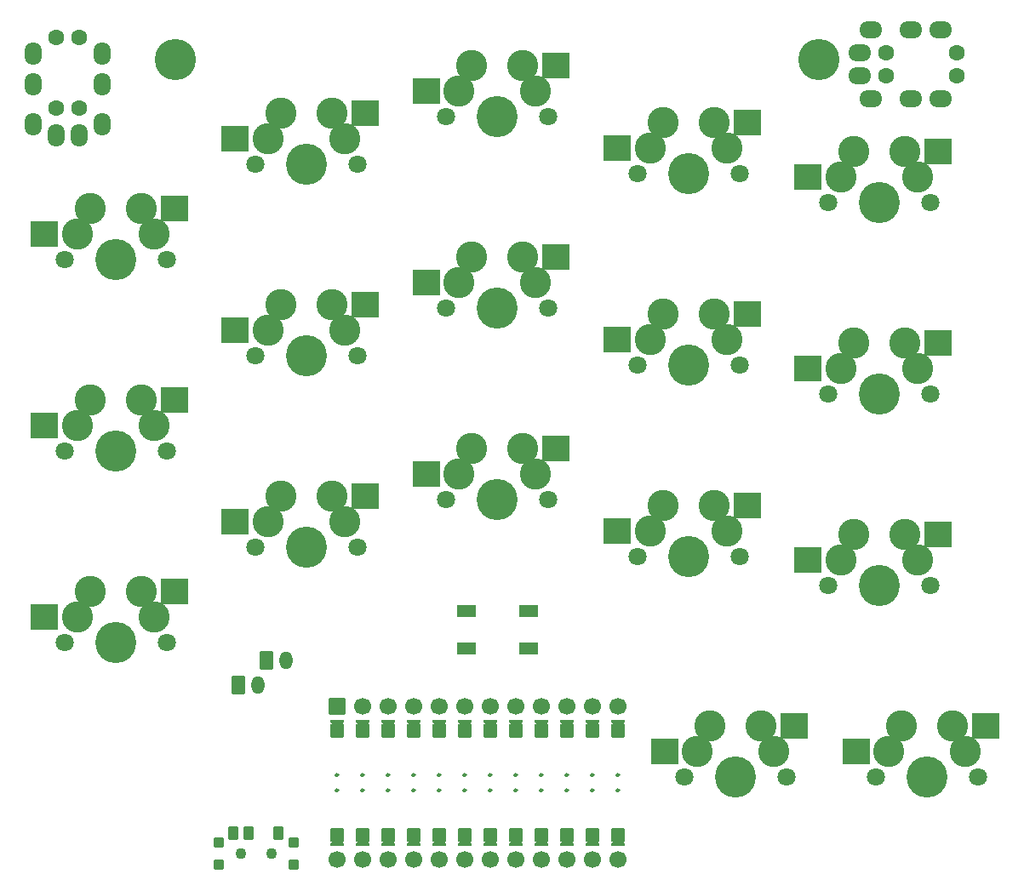
<source format=gbr>
%TF.GenerationSoftware,KiCad,Pcbnew,7.0.0*%
%TF.CreationDate,2023-04-08T11:50:52+01:00*%
%TF.ProjectId,chips-34,63686970-732d-4333-942e-6b696361645f,v1.0.0*%
%TF.SameCoordinates,Original*%
%TF.FileFunction,Soldermask,Bot*%
%TF.FilePolarity,Negative*%
%FSLAX46Y46*%
G04 Gerber Fmt 4.6, Leading zero omitted, Abs format (unit mm)*
G04 Created by KiCad (PCBNEW 7.0.0) date 2023-04-08 11:50:52*
%MOMM*%
%LPD*%
G01*
G04 APERTURE LIST*
G04 Aperture macros list*
%AMRoundRect*
0 Rectangle with rounded corners*
0 $1 Rounding radius*
0 $2 $3 $4 $5 $6 $7 $8 $9 X,Y pos of 4 corners*
0 Add a 4 corners polygon primitive as box body*
4,1,4,$2,$3,$4,$5,$6,$7,$8,$9,$2,$3,0*
0 Add four circle primitives for the rounded corners*
1,1,$1+$1,$2,$3*
1,1,$1+$1,$4,$5*
1,1,$1+$1,$6,$7*
1,1,$1+$1,$8,$9*
0 Add four rect primitives between the rounded corners*
20,1,$1+$1,$2,$3,$4,$5,0*
20,1,$1+$1,$4,$5,$6,$7,0*
20,1,$1+$1,$6,$7,$8,$9,0*
20,1,$1+$1,$8,$9,$2,$3,0*%
%AMFreePoly0*
4,1,16,0.635355,1.035355,0.650000,1.000000,0.650000,-0.250000,0.635355,-0.285355,0.600000,-0.300000,-0.600000,-0.300000,-0.635355,-0.285355,-0.650000,-0.250000,-0.650000,1.000000,-0.635355,1.035355,-0.600000,1.050000,-0.564645,1.035355,0.000000,0.470710,0.564645,1.035355,0.600000,1.050000,0.635355,1.035355,0.635355,1.035355,$1*%
%AMFreePoly1*
4,1,14,0.635355,0.435355,0.650000,0.400000,0.650000,0.200000,0.635355,0.164645,0.035355,-0.435355,0.000000,-0.450000,-0.035355,-0.435355,-0.635355,0.164645,-0.650000,0.200000,-0.650000,0.400000,-0.635355,0.435355,-0.600000,0.450000,0.600000,0.450000,0.635355,0.435355,0.635355,0.435355,$1*%
G04 Aperture macros list end*
%ADD10C,0.250000*%
%ADD11C,0.100000*%
%ADD12O,1.300000X1.800000*%
%ADD13RoundRect,0.050000X-0.600000X-0.850000X0.600000X-0.850000X0.600000X0.850000X-0.600000X0.850000X0*%
%ADD14C,1.700000*%
%ADD15RoundRect,0.050000X-0.800000X-0.800000X0.800000X-0.800000X0.800000X0.800000X-0.800000X0.800000X0*%
%ADD16FreePoly0,180.000000*%
%ADD17FreePoly1,180.000000*%
%ADD18FreePoly1,0.000000*%
%ADD19FreePoly0,0.000000*%
%ADD20C,1.100000*%
%ADD21RoundRect,0.050000X0.450000X0.625000X-0.450000X0.625000X-0.450000X-0.625000X0.450000X-0.625000X0*%
%ADD22RoundRect,0.050000X0.450000X0.450000X-0.450000X0.450000X-0.450000X-0.450000X0.450000X-0.450000X0*%
%ADD23RoundRect,0.050000X0.900000X0.550000X-0.900000X0.550000X-0.900000X-0.550000X0.900000X-0.550000X0*%
%ADD24C,4.100000*%
%ADD25C,4.087800*%
%ADD26C,1.801800*%
%ADD27C,3.100000*%
%ADD28RoundRect,0.050000X-1.275000X-1.250000X1.275000X-1.250000X1.275000X1.250000X-1.275000X1.250000X0*%
%ADD29C,1.600000*%
%ADD30O,2.300000X1.700000*%
%ADD31O,1.700000X2.300000*%
G04 APERTURE END LIST*
D10*
%TO.C,MCU1*%
X50095000Y-14668500D02*
G75*
G03*
X50095000Y-14668500I-125000J0D01*
G01*
X50095000Y-13144500D02*
G75*
G03*
X50095000Y-13144500I-125000J0D01*
G01*
X47555000Y-14668500D02*
G75*
G03*
X47555000Y-14668500I-125000J0D01*
G01*
X47555000Y-13144500D02*
G75*
G03*
X47555000Y-13144500I-125000J0D01*
G01*
X45015000Y-14668500D02*
G75*
G03*
X45015000Y-14668500I-125000J0D01*
G01*
X45015000Y-13144500D02*
G75*
G03*
X45015000Y-13144500I-125000J0D01*
G01*
X42475000Y-14668500D02*
G75*
G03*
X42475000Y-14668500I-125000J0D01*
G01*
X42475000Y-13144500D02*
G75*
G03*
X42475000Y-13144500I-125000J0D01*
G01*
X39935000Y-14668500D02*
G75*
G03*
X39935000Y-14668500I-125000J0D01*
G01*
X39935000Y-13144500D02*
G75*
G03*
X39935000Y-13144500I-125000J0D01*
G01*
X37395000Y-14668500D02*
G75*
G03*
X37395000Y-14668500I-125000J0D01*
G01*
X37395000Y-13144500D02*
G75*
G03*
X37395000Y-13144500I-125000J0D01*
G01*
X34855000Y-14668500D02*
G75*
G03*
X34855000Y-14668500I-125000J0D01*
G01*
X34855000Y-13144500D02*
G75*
G03*
X34855000Y-13144500I-125000J0D01*
G01*
X32315000Y-14668500D02*
G75*
G03*
X32315000Y-14668500I-125000J0D01*
G01*
X32315000Y-13144500D02*
G75*
G03*
X32315000Y-13144500I-125000J0D01*
G01*
X29775000Y-14668500D02*
G75*
G03*
X29775000Y-14668500I-125000J0D01*
G01*
X29775000Y-13144500D02*
G75*
G03*
X29775000Y-13144500I-125000J0D01*
G01*
X27235000Y-14668500D02*
G75*
G03*
X27235000Y-14668500I-125000J0D01*
G01*
X27235000Y-13144500D02*
G75*
G03*
X27235000Y-13144500I-125000J0D01*
G01*
X24695000Y-13144500D02*
G75*
G03*
X24695000Y-13144500I-125000J0D01*
G01*
X24695000Y-14668500D02*
G75*
G03*
X24695000Y-14668500I-125000J0D01*
G01*
X22155000Y-14668500D02*
G75*
G03*
X22155000Y-14668500I-125000J0D01*
G01*
X22155000Y-13144500D02*
G75*
G03*
X22155000Y-13144500I-125000J0D01*
G01*
G36*
X50478000Y-8826500D02*
G01*
X49462000Y-8826500D01*
X49462000Y-7810500D01*
X50478000Y-7810500D01*
X50478000Y-8826500D01*
G37*
D11*
X50478000Y-8826500D02*
X49462000Y-8826500D01*
X49462000Y-7810500D01*
X50478000Y-7810500D01*
X50478000Y-8826500D01*
G36*
X47938000Y-8826500D02*
G01*
X46922000Y-8826500D01*
X46922000Y-7810500D01*
X47938000Y-7810500D01*
X47938000Y-8826500D01*
G37*
X47938000Y-8826500D02*
X46922000Y-8826500D01*
X46922000Y-7810500D01*
X47938000Y-7810500D01*
X47938000Y-8826500D01*
G36*
X45398000Y-8826500D02*
G01*
X44382000Y-8826500D01*
X44382000Y-7810500D01*
X45398000Y-7810500D01*
X45398000Y-8826500D01*
G37*
X45398000Y-8826500D02*
X44382000Y-8826500D01*
X44382000Y-7810500D01*
X45398000Y-7810500D01*
X45398000Y-8826500D01*
G36*
X42858000Y-8826500D02*
G01*
X41842000Y-8826500D01*
X41842000Y-7810500D01*
X42858000Y-7810500D01*
X42858000Y-8826500D01*
G37*
X42858000Y-8826500D02*
X41842000Y-8826500D01*
X41842000Y-7810500D01*
X42858000Y-7810500D01*
X42858000Y-8826500D01*
G36*
X40318000Y-8826500D02*
G01*
X39302000Y-8826500D01*
X39302000Y-7810500D01*
X40318000Y-7810500D01*
X40318000Y-8826500D01*
G37*
X40318000Y-8826500D02*
X39302000Y-8826500D01*
X39302000Y-7810500D01*
X40318000Y-7810500D01*
X40318000Y-8826500D01*
G36*
X37778000Y-8826500D02*
G01*
X36762000Y-8826500D01*
X36762000Y-7810500D01*
X37778000Y-7810500D01*
X37778000Y-8826500D01*
G37*
X37778000Y-8826500D02*
X36762000Y-8826500D01*
X36762000Y-7810500D01*
X37778000Y-7810500D01*
X37778000Y-8826500D01*
G36*
X35238000Y-8826500D02*
G01*
X34222000Y-8826500D01*
X34222000Y-7810500D01*
X35238000Y-7810500D01*
X35238000Y-8826500D01*
G37*
X35238000Y-8826500D02*
X34222000Y-8826500D01*
X34222000Y-7810500D01*
X35238000Y-7810500D01*
X35238000Y-8826500D01*
G36*
X32698000Y-8826500D02*
G01*
X31682000Y-8826500D01*
X31682000Y-7810500D01*
X32698000Y-7810500D01*
X32698000Y-8826500D01*
G37*
X32698000Y-8826500D02*
X31682000Y-8826500D01*
X31682000Y-7810500D01*
X32698000Y-7810500D01*
X32698000Y-8826500D01*
G36*
X30158000Y-8826500D02*
G01*
X29142000Y-8826500D01*
X29142000Y-7810500D01*
X30158000Y-7810500D01*
X30158000Y-8826500D01*
G37*
X30158000Y-8826500D02*
X29142000Y-8826500D01*
X29142000Y-7810500D01*
X30158000Y-7810500D01*
X30158000Y-8826500D01*
G36*
X27618000Y-8826500D02*
G01*
X26602000Y-8826500D01*
X26602000Y-7810500D01*
X27618000Y-7810500D01*
X27618000Y-8826500D01*
G37*
X27618000Y-8826500D02*
X26602000Y-8826500D01*
X26602000Y-7810500D01*
X27618000Y-7810500D01*
X27618000Y-8826500D01*
G36*
X25078000Y-8826500D02*
G01*
X24062000Y-8826500D01*
X24062000Y-7810500D01*
X25078000Y-7810500D01*
X25078000Y-8826500D01*
G37*
X25078000Y-8826500D02*
X24062000Y-8826500D01*
X24062000Y-7810500D01*
X25078000Y-7810500D01*
X25078000Y-8826500D01*
G36*
X22538000Y-8826500D02*
G01*
X21522000Y-8826500D01*
X21522000Y-7810500D01*
X22538000Y-7810500D01*
X22538000Y-8826500D01*
G37*
X22538000Y-8826500D02*
X21522000Y-8826500D01*
X21522000Y-7810500D01*
X22538000Y-7810500D01*
X22538000Y-8826500D01*
G36*
X50478000Y-20002500D02*
G01*
X49462000Y-20002500D01*
X49462000Y-18986500D01*
X50478000Y-18986500D01*
X50478000Y-20002500D01*
G37*
X50478000Y-20002500D02*
X49462000Y-20002500D01*
X49462000Y-18986500D01*
X50478000Y-18986500D01*
X50478000Y-20002500D01*
G36*
X47938000Y-20002500D02*
G01*
X46922000Y-20002500D01*
X46922000Y-18986500D01*
X47938000Y-18986500D01*
X47938000Y-20002500D01*
G37*
X47938000Y-20002500D02*
X46922000Y-20002500D01*
X46922000Y-18986500D01*
X47938000Y-18986500D01*
X47938000Y-20002500D01*
G36*
X45398000Y-20002500D02*
G01*
X44382000Y-20002500D01*
X44382000Y-18986500D01*
X45398000Y-18986500D01*
X45398000Y-20002500D01*
G37*
X45398000Y-20002500D02*
X44382000Y-20002500D01*
X44382000Y-18986500D01*
X45398000Y-18986500D01*
X45398000Y-20002500D01*
G36*
X42858000Y-20002500D02*
G01*
X41842000Y-20002500D01*
X41842000Y-18986500D01*
X42858000Y-18986500D01*
X42858000Y-20002500D01*
G37*
X42858000Y-20002500D02*
X41842000Y-20002500D01*
X41842000Y-18986500D01*
X42858000Y-18986500D01*
X42858000Y-20002500D01*
G36*
X40318000Y-20002500D02*
G01*
X39302000Y-20002500D01*
X39302000Y-18986500D01*
X40318000Y-18986500D01*
X40318000Y-20002500D01*
G37*
X40318000Y-20002500D02*
X39302000Y-20002500D01*
X39302000Y-18986500D01*
X40318000Y-18986500D01*
X40318000Y-20002500D01*
G36*
X37778000Y-20002500D02*
G01*
X36762000Y-20002500D01*
X36762000Y-18986500D01*
X37778000Y-18986500D01*
X37778000Y-20002500D01*
G37*
X37778000Y-20002500D02*
X36762000Y-20002500D01*
X36762000Y-18986500D01*
X37778000Y-18986500D01*
X37778000Y-20002500D01*
G36*
X35238000Y-20002500D02*
G01*
X34222000Y-20002500D01*
X34222000Y-18986500D01*
X35238000Y-18986500D01*
X35238000Y-20002500D01*
G37*
X35238000Y-20002500D02*
X34222000Y-20002500D01*
X34222000Y-18986500D01*
X35238000Y-18986500D01*
X35238000Y-20002500D01*
G36*
X32698000Y-20002500D02*
G01*
X31682000Y-20002500D01*
X31682000Y-18986500D01*
X32698000Y-18986500D01*
X32698000Y-20002500D01*
G37*
X32698000Y-20002500D02*
X31682000Y-20002500D01*
X31682000Y-18986500D01*
X32698000Y-18986500D01*
X32698000Y-20002500D01*
G36*
X30158000Y-20002500D02*
G01*
X29142000Y-20002500D01*
X29142000Y-18986500D01*
X30158000Y-18986500D01*
X30158000Y-20002500D01*
G37*
X30158000Y-20002500D02*
X29142000Y-20002500D01*
X29142000Y-18986500D01*
X30158000Y-18986500D01*
X30158000Y-20002500D01*
G36*
X27618000Y-20002500D02*
G01*
X26602000Y-20002500D01*
X26602000Y-18986500D01*
X27618000Y-18986500D01*
X27618000Y-20002500D01*
G37*
X27618000Y-20002500D02*
X26602000Y-20002500D01*
X26602000Y-18986500D01*
X27618000Y-18986500D01*
X27618000Y-20002500D01*
G36*
X25078000Y-20002500D02*
G01*
X24062000Y-20002500D01*
X24062000Y-18986500D01*
X25078000Y-18986500D01*
X25078000Y-20002500D01*
G37*
X25078000Y-20002500D02*
X24062000Y-20002500D01*
X24062000Y-18986500D01*
X25078000Y-18986500D01*
X25078000Y-20002500D01*
G36*
X22538000Y-20002500D02*
G01*
X21522000Y-20002500D01*
X21522000Y-18986500D01*
X22538000Y-18986500D01*
X22538000Y-20002500D01*
G37*
X22538000Y-20002500D02*
X21522000Y-20002500D01*
X21522000Y-18986500D01*
X22538000Y-18986500D01*
X22538000Y-20002500D01*
%TD*%
D12*
%TO.C,JST2*%
X16999999Y-1774999D03*
D13*
X15000000Y-1775000D03*
%TD*%
%TO.C,JST1*%
X12200000Y-4175000D03*
D12*
X14199999Y-4174999D03*
%TD*%
D14*
%TO.C,MCU1*%
X22030000Y-21526500D03*
X24570000Y-21526500D03*
X27110000Y-21526500D03*
X29650000Y-21526500D03*
X32190000Y-21526500D03*
X34730000Y-21526500D03*
X37270000Y-21526500D03*
X39810000Y-21526500D03*
X42350000Y-21526500D03*
X44890000Y-21526500D03*
X47430000Y-21526500D03*
X49970000Y-21526500D03*
X49970000Y-6286500D03*
X47430000Y-6286500D03*
X44890000Y-6286500D03*
X42350000Y-6286500D03*
X39810000Y-6286500D03*
X37270000Y-6286500D03*
X34730000Y-6286500D03*
X32190000Y-6286500D03*
X29650000Y-6286500D03*
X27110000Y-6286500D03*
X24570000Y-6286500D03*
X22030000Y-6286500D03*
D15*
X22030000Y-6286500D03*
D16*
X22030000Y-18732500D03*
D17*
X22030000Y-19748500D03*
X24570000Y-19748500D03*
D16*
X24570000Y-18732500D03*
D17*
X27110000Y-19748500D03*
D16*
X27110000Y-18732500D03*
D17*
X29650000Y-19748500D03*
D16*
X29650000Y-18732500D03*
D17*
X32190000Y-19748500D03*
D16*
X32190000Y-18732500D03*
D17*
X34730000Y-19748500D03*
D16*
X34730000Y-18732500D03*
D17*
X37270000Y-19748500D03*
D16*
X37270000Y-18732500D03*
D17*
X39810000Y-19748500D03*
D16*
X39810000Y-18732500D03*
D17*
X42350000Y-19748500D03*
D16*
X42350000Y-18732500D03*
D17*
X44890000Y-19748500D03*
D16*
X44890000Y-18732500D03*
D17*
X47430000Y-19748500D03*
D16*
X47430000Y-18732500D03*
D17*
X49970000Y-19748500D03*
D16*
X49970000Y-18732500D03*
D18*
X22030000Y-8064500D03*
D19*
X22030000Y-9080500D03*
X24570000Y-9080500D03*
D18*
X24570000Y-8064500D03*
D19*
X27110000Y-9080500D03*
D18*
X27110000Y-8064500D03*
D19*
X29650000Y-9080500D03*
D18*
X29650000Y-8064500D03*
D19*
X32190000Y-9080500D03*
D18*
X32190000Y-8064500D03*
D19*
X34730000Y-9080500D03*
D18*
X34730000Y-8064500D03*
D19*
X37270000Y-9080500D03*
D18*
X37270000Y-8064500D03*
D19*
X39810000Y-9080500D03*
D18*
X39810000Y-8064500D03*
D19*
X42350000Y-9080500D03*
D18*
X42350000Y-8064500D03*
D19*
X44890000Y-9080500D03*
D18*
X44890000Y-8064500D03*
D19*
X47430000Y-9080500D03*
D18*
X47430000Y-8064500D03*
D19*
X49970000Y-9080500D03*
D18*
X49970000Y-8064500D03*
%TD*%
D20*
%TO.C,T2*%
X12500000Y-20975000D03*
X15500000Y-20975000D03*
D21*
X16250000Y-18900000D03*
X13250000Y-18900000D03*
X11750000Y-18900000D03*
D22*
X10300000Y-22075000D03*
X10300000Y-19875000D03*
X17700000Y-19875000D03*
X17700000Y-22075000D03*
%TD*%
D20*
%TO.C,T1*%
X15500000Y-20975000D03*
X12500000Y-20975000D03*
%TD*%
D23*
%TO.C,B2*%
X41100000Y-562500D03*
X34900000Y-562500D03*
X41100000Y3137500D03*
X34900000Y3137500D03*
%TD*%
D24*
%TO.C,*%
X6000000Y58000000D03*
%TD*%
%TO.C,*%
X70000000Y58000000D03*
%TD*%
D25*
%TO.C,S1*%
X0Y0D03*
D26*
X5080000Y0D03*
X-5080000Y0D03*
D27*
X2540000Y5080000D03*
X-3810000Y2540000D03*
D28*
X-7085000Y2540000D03*
X5842000Y5080000D03*
D27*
X-2540000Y5080000D03*
X3810000Y2540000D03*
%TD*%
D25*
%TO.C,S2*%
X0Y19050000D03*
D26*
X5080000Y19050000D03*
X-5080000Y19050000D03*
D27*
X2540000Y24130000D03*
X-3810000Y21590000D03*
D28*
X-7085000Y21590000D03*
X5842000Y24130000D03*
D27*
X-2540000Y24130000D03*
X3810000Y21590000D03*
%TD*%
D25*
%TO.C,S3*%
X0Y38100000D03*
D26*
X5080000Y38100000D03*
X-5080000Y38100000D03*
D27*
X2540000Y43180000D03*
X-3810000Y40640000D03*
D28*
X-7085000Y40640000D03*
X5842000Y43180000D03*
D27*
X-2540000Y43180000D03*
X3810000Y40640000D03*
%TD*%
D25*
%TO.C,S4*%
X19000000Y9525000D03*
D26*
X24080000Y9525000D03*
X13920000Y9525000D03*
D27*
X21540000Y14605000D03*
X15190000Y12065000D03*
D28*
X11915000Y12065000D03*
X24842000Y14605000D03*
D27*
X16460000Y14605000D03*
X22810000Y12065000D03*
%TD*%
D25*
%TO.C,S5*%
X19000000Y28575000D03*
D26*
X24080000Y28575000D03*
X13920000Y28575000D03*
D27*
X21540000Y33655000D03*
X15190000Y31115000D03*
D28*
X11915000Y31115000D03*
X24842000Y33655000D03*
D27*
X16460000Y33655000D03*
X22810000Y31115000D03*
%TD*%
D25*
%TO.C,S6*%
X19000000Y47625000D03*
D26*
X24080000Y47625000D03*
X13920000Y47625000D03*
D27*
X21540000Y52705000D03*
X15190000Y50165000D03*
D28*
X11915000Y50165000D03*
X24842000Y52705000D03*
D27*
X16460000Y52705000D03*
X22810000Y50165000D03*
%TD*%
D25*
%TO.C,S7*%
X38000000Y14287500D03*
D26*
X43080000Y14287500D03*
X32920000Y14287500D03*
D27*
X40540000Y19367500D03*
X34190000Y16827500D03*
D28*
X30915000Y16827500D03*
X43842000Y19367500D03*
D27*
X35460000Y19367500D03*
X41810000Y16827500D03*
%TD*%
D25*
%TO.C,S8*%
X38000000Y33337500D03*
D26*
X43080000Y33337500D03*
X32920000Y33337500D03*
D27*
X40540000Y38417500D03*
X34190000Y35877500D03*
D28*
X30915000Y35877500D03*
X43842000Y38417500D03*
D27*
X35460000Y38417500D03*
X41810000Y35877500D03*
%TD*%
D25*
%TO.C,S9*%
X38000000Y52387500D03*
D26*
X43080000Y52387500D03*
X32920000Y52387500D03*
D27*
X40540000Y57467500D03*
X34190000Y54927500D03*
D28*
X30915000Y54927500D03*
X43842000Y57467500D03*
D27*
X35460000Y57467500D03*
X41810000Y54927500D03*
%TD*%
D25*
%TO.C,S10*%
X57000000Y8572500D03*
D26*
X62080000Y8572500D03*
X51920000Y8572500D03*
D27*
X59540000Y13652500D03*
X53190000Y11112500D03*
D28*
X49915000Y11112500D03*
X62842000Y13652500D03*
D27*
X54460000Y13652500D03*
X60810000Y11112500D03*
%TD*%
D25*
%TO.C,S11*%
X57000000Y27622500D03*
D26*
X62080000Y27622500D03*
X51920000Y27622500D03*
D27*
X59540000Y32702500D03*
X53190000Y30162500D03*
D28*
X49915000Y30162500D03*
X62842000Y32702500D03*
D27*
X54460000Y32702500D03*
X60810000Y30162500D03*
%TD*%
D25*
%TO.C,S12*%
X57000000Y46672500D03*
D26*
X62080000Y46672500D03*
X51920000Y46672500D03*
D27*
X59540000Y51752500D03*
X53190000Y49212500D03*
D28*
X49915000Y49212500D03*
X62842000Y51752500D03*
D27*
X54460000Y51752500D03*
X60810000Y49212500D03*
%TD*%
D25*
%TO.C,S13*%
X76000000Y5715000D03*
D26*
X81080000Y5715000D03*
X70920000Y5715000D03*
D27*
X78540000Y10795000D03*
X72190000Y8255000D03*
D28*
X68915000Y8255000D03*
X81842000Y10795000D03*
D27*
X73460000Y10795000D03*
X79810000Y8255000D03*
%TD*%
D25*
%TO.C,S14*%
X76000000Y24765000D03*
D26*
X81080000Y24765000D03*
X70920000Y24765000D03*
D27*
X78540000Y29845000D03*
X72190000Y27305000D03*
D28*
X68915000Y27305000D03*
X81842000Y29845000D03*
D27*
X73460000Y29845000D03*
X79810000Y27305000D03*
%TD*%
D25*
%TO.C,S15*%
X76000000Y43815000D03*
D26*
X81080000Y43815000D03*
X70920000Y43815000D03*
D27*
X78540000Y48895000D03*
X72190000Y46355000D03*
D28*
X68915000Y46355000D03*
X81842000Y48895000D03*
D27*
X73460000Y48895000D03*
X79810000Y46355000D03*
%TD*%
D25*
%TO.C,S16*%
X80762500Y-13335000D03*
D26*
X85842500Y-13335000D03*
X75682500Y-13335000D03*
D27*
X83302500Y-8255000D03*
X76952500Y-10795000D03*
D28*
X73677500Y-10795000D03*
X86604500Y-8255000D03*
D27*
X78222500Y-8255000D03*
X84572500Y-10795000D03*
%TD*%
D25*
%TO.C,S17*%
X61712500Y-13335000D03*
D26*
X66792500Y-13335000D03*
X56632500Y-13335000D03*
D27*
X64252500Y-8255000D03*
X57902500Y-10795000D03*
D28*
X54627500Y-10795000D03*
X67554500Y-8255000D03*
D27*
X59172500Y-8255000D03*
X65522500Y-10795000D03*
%TD*%
D29*
%TO.C,TRRS1*%
X76700000Y58715000D03*
X83700000Y58715000D03*
X76700000Y56415000D03*
X83700000Y56415000D03*
D30*
X73999999Y58714999D03*
X75099999Y54114999D03*
X79099999Y54114999D03*
X82099999Y54114999D03*
X73999999Y56414999D03*
X75099999Y61014999D03*
X79099999Y61014999D03*
X82099999Y61014999D03*
%TD*%
D29*
%TO.C,TRRS2*%
X-5900000Y53200000D03*
X-5900000Y60200000D03*
X-3600000Y53200000D03*
X-3600000Y60200000D03*
D31*
X-5899999Y50499999D03*
X-1299999Y51599999D03*
X-1299999Y55599999D03*
X-1299999Y58599999D03*
X-3599999Y50499999D03*
X-8199999Y51599999D03*
X-8199999Y55599999D03*
X-8199999Y58599999D03*
%TD*%
M02*

</source>
